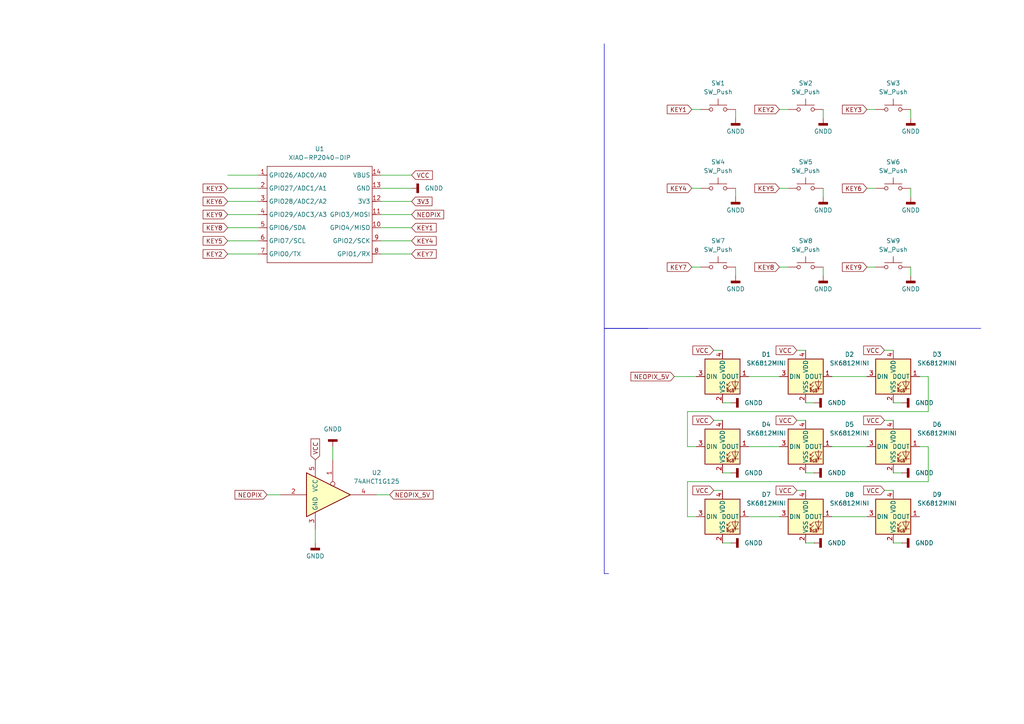
<source format=kicad_sch>
(kicad_sch (version 20250114) (generator "eeschema") (generator_version "9.0")
  (paper "A4")
  (lib_symbols
    (symbol "74xGxx:74AHCT1G125"
      (property "Reference" "U" (at -2.54 3.81 0))
      (property "Value" "74AHCT1G125" (at 0 -3.81 0))
      (symbol "74AHCT1G125_0_1"
        (polyline (pts (xy -7.62 6.35) (xy -7.62 -6.35) (xy 5.08 0) (xy -7.62 6.35)) (stroke (width 0.254)) (fill (type background)))
      )
      (symbol "74AHCT1G125_1_1"
        (pin input line (at -15.24 0 0) (length 7.62) (name "~") (number "2"))
        (pin power_in line (at -5.08 10.16 270) (length 5.08) (name "VCC") (number "5"))
        (pin power_in line (at -5.08 -10.16 90) (length 5.08) (name "GND") (number "3"))
        (pin input inverted (at 0 10.16 270) (length 7.62) (name "~") (number "1"))
        (pin tri_state line (at 12.7 0 180) (length 7.62) (name "~") (number "4"))
      )
    )
    (symbol "LED:SK6812MINI" (pin_names (offset 0.254))
      (property "Reference" "D" (at 5.08 5.715 0))
      (property "Value" "SK6812MINI" (at 1.27 -5.715 0))
      (symbol "SK6812MINI_0_0"
        (text "RGB" (at 2.286 -4.191 0) (effects (font (size 0.762 0.762))))
      )
      (symbol "SK6812MINI_0_1"
        (polyline (pts (xy 1.27 -2.54) (xy 1.778 -2.54)))
        (polyline (pts (xy 1.27 -3.556) (xy 1.778 -3.556)))
        (polyline (pts (xy 2.286 -1.524) (xy 1.27 -2.54) (xy 1.27 -2.032)))
        (polyline (pts (xy 2.286 -2.54) (xy 1.27 -3.556) (xy 1.27 -3.048)))
        (polyline (pts (xy 3.683 -1.016) (xy 3.683 -3.556) (xy 3.683 -4.064)))
        (polyline (pts (xy 4.699 -1.524) (xy 2.667 -1.524) (xy 3.683 -3.556) (xy 4.699 -1.524)))
        (polyline (pts (xy 4.699 -3.556) (xy 2.667 -3.556)))
        (rectangle (start 5.08 5.08) (end -5.08 -5.08) (stroke (width 0.254)) (fill (type background)))
      )
      (symbol "SK6812MINI_1_1"
        (pin input line (at -7.62 0 0) (length 2.54) (name "DIN") (number "3"))
        (pin power_in line (at 0 7.62 270) (length 2.54) (name "VDD") (number "4"))
        (pin power_in line (at 0 -7.62 90) (length 2.54) (name "VSS") (number "2"))
        (pin output line (at 7.62 0 180) (length 2.54) (name "DOUT") (number "1"))
      )
    )
    (symbol "Seeed_Studio_XIAO_Series:XIAO-RP2040-DIP"
      (property "Reference" "U" (at 0 0 0))
      (property "Value" "XIAO-RP2040-DIP" (at 5.334 -1.778 0))
      (symbol "XIAO-RP2040-DIP_1_0"
        (polyline (pts (xy -1.27 -2.54) (xy 29.21 -2.54)) (stroke (width 0.1524)))
        (polyline (pts (xy -1.27 -5.08) (xy -2.54 -5.08)) (stroke (width 0.1524)))
        (polyline (pts (xy -1.27 -5.08) (xy -1.27 -2.54)) (stroke (width 0.1524)))
        (polyline (pts (xy -1.27 -8.89) (xy -2.54 -8.89)) (stroke (width 0.1524)))
        (polyline (pts (xy -1.27 -8.89) (xy -1.27 -5.08)) (stroke (width 0.1524)))
        (polyline (pts (xy -1.27 -12.7) (xy -2.54 -12.7)) (stroke (width 0.1524)))
        (polyline (pts (xy -1.27 -12.7) (xy -1.27 -8.89)) (stroke (width 0.1524)))
        (polyline (pts (xy -1.27 -16.51) (xy -2.54 -16.51)) (stroke (width 0.1524)))
        (polyline (pts (xy -1.27 -16.51) (xy -1.27 -12.7)) (stroke (width 0.1524)))
        (polyline (pts (xy -1.27 -20.32) (xy -2.54 -20.32)) (stroke (width 0.1524)))
        (polyline (pts (xy -1.27 -24.13) (xy -2.54 -24.13)) (stroke (width 0.1524)))
        (polyline (pts (xy -1.27 -27.94) (xy -2.54 -27.94)) (stroke (width 0.1524)))
        (polyline (pts (xy -1.27 -30.48) (xy -1.27 -16.51)) (stroke (width 0.1524)))
        (polyline (pts (xy 29.21 -2.54) (xy 29.21 -5.08)) (stroke (width 0.1524)))
        (polyline (pts (xy 29.21 -5.08) (xy 29.21 -8.89)) (stroke (width 0.1524)))
        (polyline (pts (xy 29.21 -8.89) (xy 29.21 -12.7)) (stroke (width 0.1524)))
        (polyline (pts (xy 29.21 -12.7) (xy 29.21 -30.48)) (stroke (width 0.1524)))
        (polyline (pts (xy 29.21 -30.48) (xy -1.27 -30.48)) (stroke (width 0.1524)))
        (polyline (pts (xy 30.48 -5.08) (xy 29.21 -5.08)) (stroke (width 0.1524)))
        (polyline (pts (xy 30.48 -8.89) (xy 29.21 -8.89)) (stroke (width 0.1524)))
        (polyline (pts (xy 30.48 -12.7) (xy 29.21 -12.7)) (stroke (width 0.1524)))
        (polyline (pts (xy 30.48 -16.51) (xy 29.21 -16.51)) (stroke (width 0.1524)))
        (polyline (pts (xy 30.48 -20.32) (xy 29.21 -20.32)) (stroke (width 0.1524)))
        (polyline (pts (xy 30.48 -24.13) (xy 29.21 -24.13)) (stroke (width 0.1524)))
        (polyline (pts (xy 30.48 -27.94) (xy 29.21 -27.94)) (stroke (width 0.1524)))
        (pin passive line (at -3.81 -5.08 0) (length 2.54) (name "GPIO26/ADC0/A0") (number "1"))
        (pin passive line (at -3.81 -8.89 0) (length 2.54) (name "GPIO27/ADC1/A1") (number "2"))
        (pin passive line (at -3.81 -12.7 0) (length 2.54) (name "GPIO28/ADC2/A2") (number "3"))
        (pin passive line (at -3.81 -16.51 0) (length 2.54) (name "GPIO29/ADC3/A3") (number "4"))
        (pin passive line (at -3.81 -20.32 0) (length 2.54) (name "GPIO6/SDA") (number "5"))
        (pin passive line (at -3.81 -24.13 0) (length 2.54) (name "GPIO7/SCL") (number "6"))
        (pin passive line (at -3.81 -27.94 0) (length 2.54) (name "GPIO0/TX") (number "7"))
        (pin passive line (at 31.75 -5.08 180) (length 2.54) (name "VBUS") (number "14"))
        (pin passive line (at 31.75 -8.89 180) (length 2.54) (name "GND") (number "13"))
        (pin passive line (at 31.75 -12.7 180) (length 2.54) (name "3V3") (number "12"))
        (pin passive line (at 31.75 -16.51 180) (length 2.54) (name "GPIO3/MOSI") (number "11"))
        (pin passive line (at 31.75 -20.32 180) (length 2.54) (name "GPIO4/MISO") (number "10"))
        (pin passive line (at 31.75 -24.13 180) (length 2.54) (name "GPIO2/SCK") (number "9"))
        (pin passive line (at 31.75 -27.94 180) (length 2.54) (name "GPIO1/RX") (number "8"))
      )
    )
    (symbol "Switch:SW_Push" (pin_numbers (hide yes)) (pin_names (offset 1.016) (hide yes))
      (property "Reference" "SW" (at 1.27 2.54 0))
      (property "Value" "SW_Push" (at 0 -1.524 0))
      (symbol "SW_Push_0_1"
        (circle (center -2.032 0) (radius 0.508))
        (polyline (pts (xy 0 1.27) (xy 0 3.048)))
        (circle (center 2.032 0) (radius 0.508))
        (polyline (pts (xy 2.54 1.27) (xy -2.54 1.27)))
        (pin passive line (at -5.08 0 0) (length 2.54) (name "1") (number "1"))
        (pin passive line (at 5.08 0 180) (length 2.54) (name "2") (number "2"))
      )
    )
    (symbol "power:GNDD" (power) (pin_numbers (hide yes)) (pin_names (offset 0) (hide yes))
      (property "Value" "GNDD" (at 0 -3.175 0))
      (symbol "GNDD_0_1"
        (rectangle (start -1.27 -1.524) (end 1.27 -2.032) (stroke (width 0.254)) (fill (type outline)))
        (polyline (pts (xy 0 0) (xy 0 -1.524)))
      )
      (symbol "GNDD_1_1"
        (pin power_in line (at 0 0 270) (length 0) (name "~") (number "1"))
      )
    )
  )
  (wire (pts (xy 241.3 149.86) (xy 251.46 149.86)))
  (wire (pts (xy 207.01 101.6) (xy 209.55 101.6)))
  (wire (pts (xy 110.49 73.66) (xy 119.38 73.66)))
  (wire (pts (xy 195.58 109.22) (xy 201.93 109.22)))
  (wire (pts (xy 199.39 129.54) (xy 201.93 129.54)))
  (wire (pts (xy 233.68 116.84) (xy 236.22 116.84)))
  (wire (pts (xy 199.39 139.7) (xy 199.39 149.86)))
  (wire (pts (xy 256.54 121.92) (xy 259.08 121.92)))
  (wire (pts (xy 238.76 31.75) (xy 238.76 34.29)))
  (wire (pts (xy 238.76 54.61) (xy 238.76 57.15)))
  (wire (pts (xy 200.66 54.61) (xy 203.2 54.61)))
  (wire (pts (xy 256.54 101.6) (xy 259.08 101.6)))
  (wire (pts (xy 66.04 66.04) (xy 74.93 66.04)))
  (wire (pts (xy 233.68 157.48) (xy 236.22 157.48)))
  (wire (pts (xy 66.04 62.23) (xy 74.93 62.23)))
  (wire (pts (xy 251.46 54.61) (xy 254 54.61)))
  (wire (pts (xy 269.24 139.7) (xy 199.39 139.7)))
  (wire (pts (xy 213.36 31.75) (xy 213.36 34.29)))
  (wire (pts (xy 226.06 54.61) (xy 228.6 54.61)))
  (wire (pts (xy 217.17 129.54) (xy 226.06 129.54)))
  (polyline (pts (xy 175.26 12.7) (xy 175.26 95.25)))
  (polyline (pts (xy 284.48 95.25) (xy 175.26 95.25)))
  (wire (pts (xy 91.44 153.67) (xy 91.44 157.48)))
  (wire (pts (xy 264.16 54.61) (xy 264.16 57.15)))
  (wire (pts (xy 66.04 73.66) (xy 74.93 73.66)))
  (wire (pts (xy 110.49 62.23) (xy 119.38 62.23)))
  (wire (pts (xy 259.08 116.84) (xy 261.62 116.84)))
  (wire (pts (xy 241.3 109.22) (xy 251.46 109.22)))
  (wire (pts (xy 199.39 119.38) (xy 199.39 129.54)))
  (wire (pts (xy 77.47 143.51) (xy 81.28 143.51)))
  (wire (pts (xy 213.36 77.47) (xy 213.36 80.01)))
  (wire (pts (xy 241.3 129.54) (xy 251.46 129.54)))
  (wire (pts (xy 259.08 157.48) (xy 261.62 157.48)))
  (wire (pts (xy 238.76 77.47) (xy 238.76 80.01)))
  (wire (pts (xy 200.66 77.47) (xy 203.2 77.47)))
  (wire (pts (xy 96.52 129.54) (xy 96.52 133.35)))
  (wire (pts (xy 109.22 143.51) (xy 113.03 143.51)))
  (wire (pts (xy 110.49 54.61) (xy 119.38 54.61)))
  (wire (pts (xy 209.55 157.48) (xy 212.09 157.48)))
  (wire (pts (xy 200.66 31.75) (xy 203.2 31.75)))
  (polyline (pts (xy 175.26 95.25) (xy 175.26 166.37)))
  (polyline (pts (xy 175.26 95.25) (xy 187.96 95.25)))
  (wire (pts (xy 199.39 149.86) (xy 201.93 149.86)))
  (wire (pts (xy 251.46 31.75) (xy 254 31.75)))
  (wire (pts (xy 110.49 58.42) (xy 119.38 58.42)))
  (wire (pts (xy 110.49 69.85) (xy 119.38 69.85)))
  (wire (pts (xy 264.16 31.75) (xy 264.16 34.29)))
  (wire (pts (xy 213.36 54.61) (xy 213.36 57.15)))
  (wire (pts (xy 66.04 58.42) (xy 74.93 58.42)))
  (wire (pts (xy 209.55 116.84) (xy 212.09 116.84)))
  (wire (pts (xy 217.17 149.86) (xy 226.06 149.86)))
  (wire (pts (xy 209.55 137.16) (xy 212.09 137.16)))
  (wire (pts (xy 66.04 54.61) (xy 74.93 54.61)))
  (wire (pts (xy 110.49 66.04) (xy 119.38 66.04)))
  (wire (pts (xy 256.54 142.24) (xy 259.08 142.24)))
  (wire (pts (xy 259.08 137.16) (xy 261.62 137.16)))
  (wire (pts (xy 269.24 109.22) (xy 269.24 119.38)))
  (wire (pts (xy 207.01 142.24) (xy 209.55 142.24)))
  (wire (pts (xy 66.04 69.85) (xy 74.93 69.85)))
  (wire (pts (xy 231.14 121.92) (xy 233.68 121.92)))
  (wire (pts (xy 251.46 77.47) (xy 254 77.47)))
  (wire (pts (xy 264.16 77.47) (xy 264.16 80.01)))
  (wire (pts (xy 266.7 129.54) (xy 269.24 129.54)))
  (wire (pts (xy 266.7 109.22) (xy 269.24 109.22)))
  (polyline (pts (xy 175.26 166.37) (xy 176.53 166.37)))
  (wire (pts (xy 269.24 119.38) (xy 199.39 119.38)))
  (wire (pts (xy 233.68 137.16) (xy 236.22 137.16)))
  (wire (pts (xy 231.14 142.24) (xy 233.68 142.24)))
  (wire (pts (xy 231.14 101.6) (xy 233.68 101.6)))
  (wire (pts (xy 66.04 50.8) (xy 74.93 50.8)))
  (wire (pts (xy 217.17 109.22) (xy 226.06 109.22)))
  (wire (pts (xy 226.06 77.47) (xy 228.6 77.47)))
  (wire (pts (xy 226.06 31.75) (xy 228.6 31.75)))
  (wire (pts (xy 110.49 50.8) (xy 119.38 50.8)))
  (wire (pts (xy 207.01 121.92) (xy 209.55 121.92)))
  (wire (pts (xy 269.24 129.54) (xy 269.24 139.7)))
  (global_label "KEY3" (shape input) (at 66.04 54.61 180) (property "Intersheetrefs" "${INTERSHEET_REFS}" (effects (hide yes))))
  (global_label "KEY5" (shape input) (at 66.04 69.85 180) (property "Intersheetrefs" "${INTERSHEET_REFS}" (effects (hide yes))))
  (global_label "VCC" (shape input) (at 231.14 142.24 180) (property "Intersheetrefs" "${INTERSHEET_REFS}" (effects (hide yes))))
  (global_label "KEY8" (shape input) (at 226.06 77.47 180) (property "Intersheetrefs" "${INTERSHEET_REFS}" (effects (hide yes))))
  (global_label "KEY9" (shape input) (at 251.46 77.47 180) (property "Intersheetrefs" "${INTERSHEET_REFS}" (effects (hide yes))))
  (global_label "NEOPIX" (shape input) (at 77.47 143.51 180) (property "Intersheetrefs" "${INTERSHEET_REFS}" (effects (hide yes))))
  (global_label "KEY2" (shape input) (at 226.06 31.75 180) (property "Intersheetrefs" "${INTERSHEET_REFS}" (effects (hide yes))))
  (global_label "KEY7" (shape input) (at 200.66 77.47 180) (property "Intersheetrefs" "${INTERSHEET_REFS}" (effects (hide yes))))
  (global_label "KEY9" (shape input) (at 66.04 62.23 180) (property "Intersheetrefs" "${INTERSHEET_REFS}" (effects (hide yes))))
  (global_label "VCC" (shape input) (at 207.01 142.24 180) (property "Intersheetrefs" "${INTERSHEET_REFS}" (effects (hide yes))))
  (global_label "KEY5" (shape input) (at 226.06 54.61 180) (property "Intersheetrefs" "${INTERSHEET_REFS}" (effects (hide yes))))
  (global_label "VCC" (shape input) (at 207.01 121.92 180) (property "Intersheetrefs" "${INTERSHEET_REFS}" (effects (hide yes))))
  (global_label "VCC" (shape input) (at 256.54 101.6 180) (property "Intersheetrefs" "${INTERSHEET_REFS}" (effects (hide yes))))
  (global_label "VCC" (shape input) (at 119.38 50.8 0) (property "Intersheetrefs" "${INTERSHEET_REFS}" (effects (hide yes))))
  (global_label "KEY1" (shape input) (at 119.38 66.04 0) (property "Intersheetrefs" "${INTERSHEET_REFS}" (effects (hide yes))))
  (global_label "NEOPIX" (shape input) (at 119.38 62.23 0) (property "Intersheetrefs" "${INTERSHEET_REFS}" (effects (hide yes))))
  (global_label "KEY4" (shape input) (at 119.38 69.85 0) (property "Intersheetrefs" "${INTERSHEET_REFS}" (effects (hide yes))))
  (global_label "3V3" (shape input) (at 119.38 58.42 0) (property "Intersheetrefs" "${INTERSHEET_REFS}" (effects (hide yes))))
  (global_label "VCC" (shape input) (at 207.01 101.6 180) (property "Intersheetrefs" "${INTERSHEET_REFS}" (effects (hide yes))))
  (global_label "KEY2" (shape input) (at 66.04 73.66 180) (property "Intersheetrefs" "${INTERSHEET_REFS}" (effects (hide yes))))
  (global_label "VCC" (shape input) (at 91.44 133.35 90) (property "Intersheetrefs" "${INTERSHEET_REFS}" (effects (hide yes))))
  (global_label "VCC" (shape input) (at 231.14 121.92 180) (property "Intersheetrefs" "${INTERSHEET_REFS}" (effects (hide yes))))
  (global_label "KEY6" (shape input) (at 251.46 54.61 180) (property "Intersheetrefs" "${INTERSHEET_REFS}" (effects (hide yes))))
  (global_label "KEY6" (shape input) (at 66.04 58.42 180) (property "Intersheetrefs" "${INTERSHEET_REFS}" (effects (hide yes))))
  (global_label "VCC" (shape input) (at 256.54 121.92 180) (property "Intersheetrefs" "${INTERSHEET_REFS}" (effects (hide yes))))
  (global_label "VCC" (shape input) (at 256.54 142.24 180) (property "Intersheetrefs" "${INTERSHEET_REFS}" (effects (hide yes))))
  (global_label "KEY4" (shape input) (at 200.66 54.61 180) (property "Intersheetrefs" "${INTERSHEET_REFS}" (effects (hide yes))))
  (global_label "KEY3" (shape input) (at 251.46 31.75 180) (property "Intersheetrefs" "${INTERSHEET_REFS}" (effects (hide yes))))
  (global_label "KEY1" (shape input) (at 200.66 31.75 180) (property "Intersheetrefs" "${INTERSHEET_REFS}" (effects (hide yes))))
  (global_label "VCC" (shape input) (at 231.14 101.6 180) (property "Intersheetrefs" "${INTERSHEET_REFS}" (effects (hide yes))))
  (global_label "NEOPIX_5V" (shape input) (at 195.58 109.22 180) (property "Intersheetrefs" "${INTERSHEET_REFS}" (effects (hide yes))))
  (global_label "NEOPIX_5V" (shape input) (at 113.03 143.51 0) (property "Intersheetrefs" "${INTERSHEET_REFS}" (effects (hide yes))))
  (global_label "KEY8" (shape input) (at 66.04 66.04 180) (property "Intersheetrefs" "${INTERSHEET_REFS}" (effects (hide yes))))
  (global_label "KEY7" (shape input) (at 119.38 73.66 0) (property "Intersheetrefs" "${INTERSHEET_REFS}" (effects (hide yes))))
  (symbol (lib_id "Switch:SW_Push") (at 259.08 54.61 0) (unit 1)
    (property "Reference" "SW6" (at 259.08 46.99 0))
    (property "Value" "SW_Push" (at 259.08 49.53 0))
    (property "Footprint" "Button_Switch_Keyboard:SW_Cherry_MX_1.00u_Plate" (effects (hide yes)))
    (property "Description" "Push button switch, generic, two pins" (effects (hide yes)))
  )
  (symbol (lib_id "power:GNDD") (at 238.76 57.15 0) (unit 1)
    (property "Reference" "#PWR0106" (effects (hide yes)))
    (property "Value" "GNDD" (at 238.76 60.96 0))
    (property "Description" "Power symbol creates a global label with name \"GNDD\" , digital ground" (effects (hide yes)))
  )
  (symbol (lib_id "power:GNDD") (at 91.44 157.48 0) (unit 1)
    (property "Reference" "#PWR02" (effects (hide yes)))
    (property "Value" "GNDD" (at 91.44 161.29 0))
    (property "Description" "Power symbol creates a global label with name \"GNDD\" , digital ground" (effects (hide yes)))
  )
  (symbol (lib_id "power:GNDD") (at 119.38 54.61 90) (unit 1)
    (property "Reference" "#PWR012" (effects (hide yes)))
    (property "Value" "GNDD" (at 123.19 54.6099 90) (effects (justify right)))
    (property "Description" "Power symbol creates a global label with name \"GNDD\" , digital ground" (effects (hide yes)))
  )
  (symbol (lib_id "power:GNDD") (at 261.62 157.48 90) (unit 1)
    (property "Reference" "#PWR05" (effects (hide yes)))
    (property "Value" "GNDD" (at 265.43 157.4799 90) (effects (justify right)))
    (property "Description" "Power symbol creates a global label with name \"GNDD\" , digital ground" (effects (hide yes)))
  )
  (symbol (lib_id "Switch:SW_Push") (at 233.68 77.47 0) (unit 1)
    (property "Reference" "SW8" (at 233.68 69.85 0))
    (property "Value" "SW_Push" (at 233.68 72.39 0))
    (property "Footprint" "Button_Switch_Keyboard:SW_Cherry_MX_1.00u_Plate" (effects (hide yes)))
    (property "Description" "Push button switch, generic, two pins" (effects (hide yes)))
  )
  (symbol (lib_id "LED:SK6812MINI") (at 259.08 129.54 0) (unit 1)
    (property "Reference" "D6" (at 271.78 123.1198 0))
    (property "Value" "SK6812MINI" (at 271.78 125.6598 0))
    (property "Footprint" "LED_SMD:LED_SK6812MINI_PLCC4_3.5x3.5mm_P1.75mm" (effects (hide yes)))
    (property "Datasheet" "https://cdn-shop.adafruit.com/product-files/2686/SK6812MINI_REV.01-1-2.pdf" (effects (hide yes)))
    (property "Description" "RGB LED with integrated controller" (effects (hide yes)))
  )
  (symbol (lib_id "power:GNDD") (at 264.16 57.15 0) (unit 1)
    (property "Reference" "#PWR0107" (effects (hide yes)))
    (property "Value" "GNDD" (at 264.16 60.96 0))
    (property "Description" "Power symbol creates a global label with name \"GNDD\" , digital ground" (effects (hide yes)))
  )
  (symbol (lib_id "power:GNDD") (at 213.36 80.01 0) (unit 1)
    (property "Reference" "#PWR0102" (effects (hide yes)))
    (property "Value" "GNDD" (at 213.36 83.82 0))
    (property "Description" "Power symbol creates a global label with name \"GNDD\" , digital ground" (effects (hide yes)))
  )
  (symbol (lib_id "power:GNDD") (at 212.09 157.48 90) (unit 1)
    (property "Reference" "#PWR03" (effects (hide yes)))
    (property "Value" "GNDD" (at 215.9 157.4799 90) (effects (justify right)))
    (property "Description" "Power symbol creates a global label with name \"GNDD\" , digital ground" (effects (hide yes)))
  )
  (symbol (lib_id "LED:SK6812MINI") (at 233.68 149.86 0) (unit 1)
    (property "Reference" "D8" (at 246.38 143.4398 0))
    (property "Value" "SK6812MINI" (at 246.38 145.9798 0))
    (property "Footprint" "LED_SMD:LED_SK6812MINI_PLCC4_3.5x3.5mm_P1.75mm" (effects (hide yes)))
    (property "Datasheet" "https://cdn-shop.adafruit.com/product-files/2686/SK6812MINI_REV.01-1-2.pdf" (effects (hide yes)))
    (property "Description" "RGB LED with integrated controller" (effects (hide yes)))
  )
  (symbol (lib_id "power:GNDD") (at 238.76 80.01 0) (unit 1)
    (property "Reference" "#PWR0101" (effects (hide yes)))
    (property "Value" "GNDD" (at 238.76 83.82 0))
    (property "Description" "Power symbol creates a global label with name \"GNDD\" , digital ground" (effects (hide yes)))
  )
  (symbol (lib_id "Seeed_Studio_XIAO_Series:XIAO-RP2040-DIP") (at 78.74 45.72 0) (unit 1)
    (property "Reference" "U1" (at 92.71 43.18 0))
    (property "Value" "XIAO-RP2040-DIP" (at 92.71 45.72 0))
    (property "Footprint" "Seeed Studio XIAO Series Library:XIAO-RP2040-DIP" (effects (hide yes)))
  )
  (symbol (lib_id "power:GNDD") (at 212.09 116.84 90) (unit 1)
    (property "Reference" "#PWR09" (effects (hide yes)))
    (property "Value" "GNDD" (at 215.9 116.8399 90) (effects (justify right)))
    (property "Description" "Power symbol creates a global label with name \"GNDD\" , digital ground" (effects (hide yes)))
  )
  (symbol (lib_id "LED:SK6812MINI") (at 209.55 129.54 0) (unit 1)
    (property "Reference" "D4" (at 222.25 123.1198 0))
    (property "Value" "SK6812MINI" (at 222.25 125.6598 0))
    (property "Footprint" "LED_SMD:LED_SK6812MINI_PLCC4_3.5x3.5mm_P1.75mm" (effects (hide yes)))
    (property "Datasheet" "https://cdn-shop.adafruit.com/product-files/2686/SK6812MINI_REV.01-1-2.pdf" (effects (hide yes)))
    (property "Description" "RGB LED with integrated controller" (effects (hide yes)))
  )
  (symbol (lib_id "LED:SK6812MINI") (at 259.08 109.22 0) (unit 1)
    (property "Reference" "D3" (at 271.78 102.7998 0))
    (property "Value" "SK6812MINI" (at 271.78 105.3398 0))
    (property "Footprint" "LED_SMD:LED_SK6812MINI_PLCC4_3.5x3.5mm_P1.75mm" (effects (hide yes)))
    (property "Datasheet" "https://cdn-shop.adafruit.com/product-files/2686/SK6812MINI_REV.01-1-2.pdf" (effects (hide yes)))
    (property "Description" "RGB LED with integrated controller" (effects (hide yes)))
  )
  (symbol (lib_id "power:GNDD") (at 264.16 80.01 0) (unit 1)
    (property "Reference" "#PWR0108" (effects (hide yes)))
    (property "Value" "GNDD" (at 264.16 83.82 0))
    (property "Description" "Power symbol creates a global label with name \"GNDD\" , digital ground" (effects (hide yes)))
  )
  (symbol (lib_id "Switch:SW_Push") (at 233.68 31.75 0) (unit 1)
    (property "Reference" "SW2" (at 233.68 24.13 0))
    (property "Value" "SW_Push" (at 233.68 26.67 0))
    (property "Footprint" "Button_Switch_Keyboard:SW_Cherry_MX_1.00u_Plate" (effects (hide yes)))
    (property "Description" "Push button switch, generic, two pins" (effects (hide yes)))
  )
  (symbol (lib_id "power:GNDD") (at 236.22 116.84 90) (unit 1)
    (property "Reference" "#PWR010" (effects (hide yes)))
    (property "Value" "GNDD" (at 240.03 116.8399 90) (effects (justify right)))
    (property "Description" "Power symbol creates a global label with name \"GNDD\" , digital ground" (effects (hide yes)))
  )
  (symbol (lib_id "power:GNDD") (at 238.76 34.29 0) (unit 1)
    (property "Reference" "#PWR0105" (effects (hide yes)))
    (property "Value" "GNDD" (at 238.76 38.1 0))
    (property "Description" "Power symbol creates a global label with name \"GNDD\" , digital ground" (effects (hide yes)))
  )
  (symbol (lib_id "power:GNDD") (at 213.36 34.29 0) (unit 1)
    (property "Reference" "#PWR0104" (effects (hide yes)))
    (property "Value" "GNDD" (at 213.36 38.1 0))
    (property "Description" "Power symbol creates a global label with name \"GNDD\" , digital ground" (effects (hide yes)))
  )
  (symbol (lib_id "Switch:SW_Push") (at 259.08 31.75 0) (unit 1)
    (property "Reference" "SW3" (at 259.08 24.13 0))
    (property "Value" "SW_Push" (at 259.08 26.67 0))
    (property "Footprint" "Button_Switch_Keyboard:SW_Cherry_MX_1.00u_Plate" (effects (hide yes)))
    (property "Description" "Push button switch, generic, two pins" (effects (hide yes)))
  )
  (symbol (lib_id "power:GNDD") (at 213.36 57.15 0) (unit 1)
    (property "Reference" "#PWR0103" (effects (hide yes)))
    (property "Value" "GNDD" (at 213.36 60.96 0))
    (property "Description" "Power symbol creates a global label with name \"GNDD\" , digital ground" (effects (hide yes)))
  )
  (symbol (lib_id "LED:SK6812MINI") (at 233.68 109.22 0) (unit 1)
    (property "Reference" "D2" (at 246.38 102.7998 0))
    (property "Value" "SK6812MINI" (at 246.38 105.3398 0))
    (property "Footprint" "LED_SMD:LED_SK6812MINI_PLCC4_3.5x3.5mm_P1.75mm" (effects (hide yes)))
    (property "Datasheet" "https://cdn-shop.adafruit.com/product-files/2686/SK6812MINI_REV.01-1-2.pdf" (effects (hide yes)))
    (property "Description" "RGB LED with integrated controller" (effects (hide yes)))
  )
  (symbol (lib_id "LED:SK6812MINI") (at 209.55 109.22 0) (unit 1)
    (property "Reference" "D1" (at 222.25 102.7998 0))
    (property "Value" "SK6812MINI" (at 222.25 105.3398 0))
    (property "Footprint" "LED_SMD:LED_SK6812MINI_PLCC4_3.5x3.5mm_P1.75mm" (effects (hide yes)))
    (property "Datasheet" "https://cdn-shop.adafruit.com/product-files/2686/SK6812MINI_REV.01-1-2.pdf" (effects (hide yes)))
    (property "Description" "RGB LED with integrated controller" (effects (hide yes)))
  )
  (symbol (lib_id "power:GNDD") (at 261.62 137.16 90) (unit 1)
    (property "Reference" "#PWR06" (effects (hide yes)))
    (property "Value" "GNDD" (at 265.43 137.1599 90) (effects (justify right)))
    (property "Description" "Power symbol creates a global label with name \"GNDD\" , digital ground" (effects (hide yes)))
  )
  (symbol (lib_id "LED:SK6812MINI") (at 209.55 149.86 0) (unit 1)
    (property "Reference" "D7" (at 222.25 143.4398 0))
    (property "Value" "SK6812MINI" (at 222.25 145.9798 0))
    (property "Footprint" "LED_SMD:LED_SK6812MINI_PLCC4_3.5x3.5mm_P1.75mm" (effects (hide yes)))
    (property "Datasheet" "https://cdn-shop.adafruit.com/product-files/2686/SK6812MINI_REV.01-1-2.pdf" (effects (hide yes)))
    (property "Description" "RGB LED with integrated controller" (effects (hide yes)))
  )
  (symbol (lib_id "power:GNDD") (at 261.62 116.84 90) (unit 1)
    (property "Reference" "#PWR011" (effects (hide yes)))
    (property "Value" "GNDD" (at 265.43 116.8399 90) (effects (justify right)))
    (property "Description" "Power symbol creates a global label with name \"GNDD\" , digital ground" (effects (hide yes)))
  )
  (symbol (lib_id "LED:SK6812MINI") (at 233.68 129.54 0) (unit 1)
    (property "Reference" "D5" (at 246.38 123.1198 0))
    (property "Value" "SK6812MINI" (at 246.38 125.6598 0))
    (property "Footprint" "LED_SMD:LED_SK6812MINI_PLCC4_3.5x3.5mm_P1.75mm" (effects (hide yes)))
    (property "Datasheet" "https://cdn-shop.adafruit.com/product-files/2686/SK6812MINI_REV.01-1-2.pdf" (effects (hide yes)))
    (property "Description" "RGB LED with integrated controller" (effects (hide yes)))
  )
  (symbol (lib_id "power:GNDD") (at 264.16 34.29 0) (unit 1)
    (property "Reference" "#PWR0109" (effects (hide yes)))
    (property "Value" "GNDD" (at 264.16 38.1 0))
    (property "Description" "Power symbol creates a global label with name \"GNDD\" , digital ground" (effects (hide yes)))
  )
  (symbol (lib_id "power:GNDD") (at 236.22 157.48 90) (unit 1)
    (property "Reference" "#PWR04" (effects (hide yes)))
    (property "Value" "GNDD" (at 240.03 157.4799 90) (effects (justify right)))
    (property "Description" "Power symbol creates a global label with name \"GNDD\" , digital ground" (effects (hide yes)))
  )
  (symbol (lib_id "LED:SK6812MINI") (at 259.08 149.86 0) (unit 1)
    (property "Reference" "D9" (at 271.78 143.4398 0))
    (property "Value" "SK6812MINI" (at 271.78 145.9798 0))
    (property "Footprint" "LED_SMD:LED_SK6812MINI_PLCC4_3.5x3.5mm_P1.75mm" (effects (hide yes)))
    (property "Datasheet" "https://cdn-shop.adafruit.com/product-files/2686/SK6812MINI_REV.01-1-2.pdf" (effects (hide yes)))
    (property "Description" "RGB LED with integrated controller" (effects (hide yes)))
  )
  (symbol (lib_id "power:GNDD") (at 96.52 129.54 180) (unit 1)
    (property "Reference" "#PWR01" (effects (hide yes)))
    (property "Value" "GNDD" (at 96.52 124.46 0))
    (property "Description" "Power symbol creates a global label with name \"GNDD\" , digital ground" (effects (hide yes)))
  )
  (symbol (lib_id "74xGxx:74AHCT1G125") (at 96.52 143.51 0) (unit 1)
    (property "Reference" "U2" (at 109.22 137.0898 0))
    (property "Value" "74AHCT1G125" (at 109.22 139.6298 0))
    (property "Footprint" "SN74AHCT1G125DBVR:SOT95P280X145-5N" (effects (hide yes)))
    (property "Datasheet" "http://www.ti.com/lit/sg/scyt129e/scyt129e.pdf" (effects (hide yes)))
    (property "Description" "Single Buffer Gate Tri-State, Low-Voltage CMOS" (effects (hide yes)))
  )
  (symbol (lib_id "power:GNDD") (at 236.22 137.16 90) (unit 1)
    (property "Reference" "#PWR07" (effects (hide yes)))
    (property "Value" "GNDD" (at 240.03 137.1599 90) (effects (justify right)))
    (property "Description" "Power symbol creates a global label with name \"GNDD\" , digital ground" (effects (hide yes)))
  )
  (symbol (lib_id "Switch:SW_Push") (at 208.28 77.47 0) (unit 1)
    (property "Reference" "SW7" (at 208.28 69.85 0))
    (property "Value" "SW_Push" (at 208.28 72.39 0))
    (property "Footprint" "Button_Switch_Keyboard:SW_Cherry_MX_1.00u_Plate" (effects (hide yes)))
    (property "Description" "Push button switch, generic, two pins" (effects (hide yes)))
  )
  (symbol (lib_id "Switch:SW_Push") (at 208.28 31.75 0) (unit 1)
    (property "Reference" "SW1" (at 208.28 24.13 0))
    (property "Value" "SW_Push" (at 208.28 26.67 0))
    (property "Footprint" "Button_Switch_Keyboard:SW_Cherry_MX_1.00u_Plate" (effects (hide yes)))
    (property "Description" "Push button switch, generic, two pins" (effects (hide yes)))
  )
  (symbol (lib_id "Switch:SW_Push") (at 233.68 54.61 0) (unit 1)
    (property "Reference" "SW5" (at 233.68 46.99 0))
    (property "Value" "SW_Push" (at 233.68 49.53 0))
    (property "Footprint" "Button_Switch_Keyboard:SW_Cherry_MX_1.00u_Plate" (effects (hide yes)))
    (property "Description" "Push button switch, generic, two pins" (effects (hide yes)))
  )
  (symbol (lib_id "Switch:SW_Push") (at 259.08 77.47 0) (unit 1)
    (property "Reference" "SW9" (at 259.08 69.85 0))
    (property "Value" "SW_Push" (at 259.08 72.39 0))
    (property "Footprint" "Button_Switch_Keyboard:SW_Cherry_MX_1.00u_Plate" (effects (hide yes)))
    (property "Description" "Push button switch, generic, two pins" (effects (hide yes)))
  )
  (symbol (lib_id "Switch:SW_Push") (at 208.28 54.61 0) (unit 1)
    (property "Reference" "SW4" (at 208.28 46.99 0))
    (property "Value" "SW_Push" (at 208.28 49.53 0))
    (property "Footprint" "Button_Switch_Keyboard:SW_Cherry_MX_1.00u_Plate" (effects (hide yes)))
    (property "Description" "Push button switch, generic, two pins" (effects (hide yes)))
  )
  (symbol (lib_id "power:GNDD") (at 212.09 137.16 90) (unit 1)
    (property "Reference" "#PWR08" (effects (hide yes)))
    (property "Value" "GNDD" (at 215.9 137.1599 90) (effects (justify right)))
    (property "Description" "Power symbol creates a global label with name \"GNDD\" , digital ground" (effects (hide yes)))
  )
)
</source>
